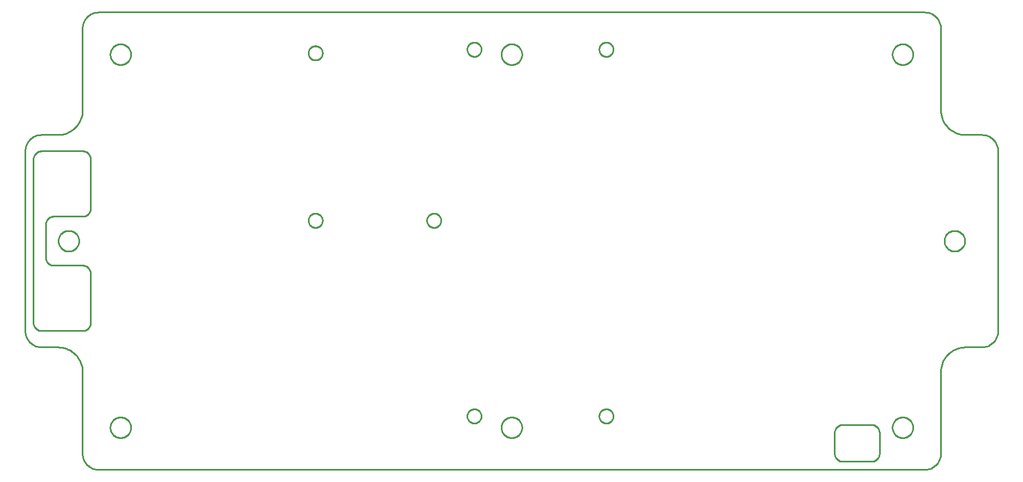
<source format=gbr>
G04 EAGLE Gerber RS-274X export*
G75*
%MOMM*%
%FSLAX34Y34*%
%LPD*%
%IN*%
%IPPOS*%
%AMOC8*
5,1,8,0,0,1.08239X$1,22.5*%
G01*
%ADD10C,0.254000*%


D10*
X0Y215900D02*
X97Y213686D01*
X386Y211489D01*
X865Y209326D01*
X1532Y207213D01*
X2380Y205166D01*
X3403Y203200D01*
X4594Y201331D01*
X5942Y199573D01*
X7440Y197940D01*
X9073Y196442D01*
X10831Y195094D01*
X12700Y193903D01*
X14666Y192880D01*
X16713Y192032D01*
X18826Y191365D01*
X20989Y190886D01*
X23186Y190597D01*
X25400Y190500D01*
X50800Y190500D01*
X54121Y190355D01*
X57416Y189921D01*
X60661Y189202D01*
X63831Y188202D01*
X66902Y186930D01*
X69850Y185396D01*
X72653Y183610D01*
X75290Y181586D01*
X77741Y179341D01*
X79986Y176890D01*
X82010Y174253D01*
X83796Y171450D01*
X85330Y168502D01*
X86602Y165431D01*
X87602Y162261D01*
X88321Y159016D01*
X88755Y155721D01*
X88900Y152400D01*
X88900Y25400D01*
X88997Y23186D01*
X89286Y20989D01*
X89765Y18826D01*
X90432Y16713D01*
X91280Y14666D01*
X92303Y12700D01*
X93494Y10831D01*
X94842Y9073D01*
X96340Y7440D01*
X97973Y5942D01*
X99731Y4594D01*
X101600Y3403D01*
X103566Y2380D01*
X105613Y1532D01*
X107726Y865D01*
X109889Y386D01*
X112086Y97D01*
X114300Y0D01*
X1397000Y0D01*
X1399214Y97D01*
X1401411Y386D01*
X1403574Y865D01*
X1405687Y1532D01*
X1407735Y2380D01*
X1409700Y3403D01*
X1411569Y4594D01*
X1413327Y5942D01*
X1414961Y7440D01*
X1416458Y9073D01*
X1417806Y10831D01*
X1418997Y12700D01*
X1420020Y14666D01*
X1420868Y16713D01*
X1421535Y18826D01*
X1422014Y20989D01*
X1422303Y23186D01*
X1422400Y25400D01*
X1422400Y152400D01*
X1422545Y155721D01*
X1422979Y159016D01*
X1423698Y162261D01*
X1424698Y165431D01*
X1425970Y168502D01*
X1427504Y171450D01*
X1429290Y174253D01*
X1431314Y176890D01*
X1433559Y179341D01*
X1436010Y181586D01*
X1438647Y183610D01*
X1441450Y185396D01*
X1444398Y186930D01*
X1447469Y188202D01*
X1450639Y189202D01*
X1453884Y189921D01*
X1457179Y190355D01*
X1460500Y190500D01*
X1485900Y190500D01*
X1488114Y190597D01*
X1490311Y190886D01*
X1492474Y191365D01*
X1494587Y192032D01*
X1496635Y192880D01*
X1498600Y193903D01*
X1500469Y195094D01*
X1502227Y196442D01*
X1503861Y197940D01*
X1505358Y199573D01*
X1506706Y201331D01*
X1507897Y203200D01*
X1508920Y205166D01*
X1509768Y207213D01*
X1510435Y209326D01*
X1510914Y211489D01*
X1511203Y213686D01*
X1511300Y215900D01*
X1511300Y495300D01*
X1511203Y497514D01*
X1510914Y499711D01*
X1510435Y501874D01*
X1509768Y503987D01*
X1508920Y506035D01*
X1507897Y508000D01*
X1506706Y509869D01*
X1505358Y511627D01*
X1503861Y513261D01*
X1502227Y514758D01*
X1500469Y516106D01*
X1498600Y517297D01*
X1496635Y518320D01*
X1494587Y519168D01*
X1492474Y519835D01*
X1490311Y520314D01*
X1488114Y520603D01*
X1485900Y520700D01*
X1460500Y520700D01*
X1457179Y520845D01*
X1453884Y521279D01*
X1450639Y521998D01*
X1447469Y522998D01*
X1444398Y524270D01*
X1441450Y525804D01*
X1438647Y527590D01*
X1436010Y529614D01*
X1433559Y531859D01*
X1431314Y534310D01*
X1429290Y536947D01*
X1427504Y539750D01*
X1425970Y542698D01*
X1424698Y545769D01*
X1423698Y548939D01*
X1422979Y552184D01*
X1422545Y555479D01*
X1422400Y558800D01*
X1422400Y685800D01*
X1422303Y688014D01*
X1422014Y690211D01*
X1421535Y692374D01*
X1420868Y694487D01*
X1420020Y696535D01*
X1418997Y698500D01*
X1417806Y700369D01*
X1416458Y702127D01*
X1414961Y703761D01*
X1413327Y705258D01*
X1411569Y706606D01*
X1409700Y707797D01*
X1407735Y708820D01*
X1405687Y709668D01*
X1403574Y710335D01*
X1401411Y710814D01*
X1399214Y711103D01*
X1397000Y711200D01*
X114300Y711200D01*
X112086Y711103D01*
X109889Y710814D01*
X107726Y710335D01*
X105613Y709668D01*
X103566Y708820D01*
X101600Y707797D01*
X99731Y706606D01*
X97973Y705258D01*
X96340Y703761D01*
X94842Y702127D01*
X93494Y700369D01*
X92303Y698500D01*
X91280Y696535D01*
X90432Y694487D01*
X89765Y692374D01*
X89286Y690211D01*
X88997Y688014D01*
X88900Y685800D01*
X88900Y558800D01*
X88755Y555479D01*
X88321Y552184D01*
X87602Y548939D01*
X86602Y545769D01*
X85330Y542698D01*
X83796Y539750D01*
X82010Y536947D01*
X79986Y534310D01*
X77741Y531859D01*
X75290Y529614D01*
X72653Y527590D01*
X69850Y525804D01*
X66902Y524270D01*
X63831Y522998D01*
X60661Y521998D01*
X57416Y521279D01*
X54121Y520845D01*
X50800Y520700D01*
X25400Y520700D01*
X23186Y520603D01*
X20989Y520314D01*
X18826Y519835D01*
X16713Y519168D01*
X14666Y518320D01*
X12700Y517297D01*
X10831Y516106D01*
X9073Y514758D01*
X7440Y513261D01*
X5942Y511627D01*
X4594Y509869D01*
X3403Y508000D01*
X2380Y506035D01*
X1532Y503987D01*
X865Y501874D01*
X386Y499711D01*
X97Y497514D01*
X0Y495300D01*
X0Y215900D01*
X1257300Y25400D02*
X1257348Y24293D01*
X1257493Y23195D01*
X1257733Y22113D01*
X1258066Y21056D01*
X1258490Y20033D01*
X1259001Y19050D01*
X1259597Y18116D01*
X1260271Y17237D01*
X1261020Y16420D01*
X1261837Y15671D01*
X1262716Y14997D01*
X1263650Y14401D01*
X1264633Y13890D01*
X1265656Y13466D01*
X1266713Y13133D01*
X1267795Y12893D01*
X1268893Y12748D01*
X1270000Y12700D01*
X1314450Y12700D01*
X1315557Y12748D01*
X1316655Y12893D01*
X1317737Y13133D01*
X1318794Y13466D01*
X1319817Y13890D01*
X1320800Y14401D01*
X1321734Y14997D01*
X1322613Y15671D01*
X1323430Y16420D01*
X1324179Y17237D01*
X1324853Y18116D01*
X1325449Y19050D01*
X1325960Y20033D01*
X1326384Y21056D01*
X1326717Y22113D01*
X1326957Y23195D01*
X1327102Y24293D01*
X1327150Y25400D01*
X1327150Y57150D01*
X1327102Y58257D01*
X1326957Y59355D01*
X1326717Y60437D01*
X1326384Y61494D01*
X1325960Y62517D01*
X1325449Y63500D01*
X1324853Y64434D01*
X1324179Y65313D01*
X1323430Y66130D01*
X1322613Y66879D01*
X1321734Y67553D01*
X1320800Y68149D01*
X1319817Y68660D01*
X1318794Y69084D01*
X1317737Y69417D01*
X1316655Y69657D01*
X1315557Y69802D01*
X1314450Y69850D01*
X1270000Y69850D01*
X1268893Y69802D01*
X1267795Y69657D01*
X1266713Y69417D01*
X1265656Y69084D01*
X1264633Y68660D01*
X1263650Y68149D01*
X1262716Y67553D01*
X1261837Y66879D01*
X1261020Y66130D01*
X1260271Y65313D01*
X1259597Y64434D01*
X1259001Y63500D01*
X1258490Y62517D01*
X1258066Y61494D01*
X1257733Y60437D01*
X1257493Y59355D01*
X1257348Y58257D01*
X1257300Y57150D01*
X1257300Y25400D01*
X12700Y228600D02*
X12748Y227493D01*
X12893Y226395D01*
X13133Y225313D01*
X13466Y224256D01*
X13890Y223233D01*
X14401Y222250D01*
X14997Y221316D01*
X15671Y220437D01*
X16420Y219620D01*
X17237Y218871D01*
X18116Y218197D01*
X19050Y217601D01*
X20033Y217090D01*
X21056Y216666D01*
X22113Y216333D01*
X23195Y216093D01*
X24293Y215948D01*
X25400Y215900D01*
X88900Y215900D01*
X90007Y215948D01*
X91105Y216093D01*
X92187Y216333D01*
X93244Y216666D01*
X94267Y217090D01*
X95250Y217601D01*
X96184Y218197D01*
X97063Y218871D01*
X97880Y219620D01*
X98629Y220437D01*
X99303Y221316D01*
X99899Y222250D01*
X100410Y223233D01*
X100834Y224256D01*
X101167Y225313D01*
X101407Y226395D01*
X101552Y227493D01*
X101600Y228600D01*
X101600Y304800D01*
X101552Y305907D01*
X101407Y307005D01*
X101167Y308087D01*
X100834Y309144D01*
X100410Y310167D01*
X99899Y311150D01*
X99303Y312084D01*
X98629Y312963D01*
X97880Y313780D01*
X97063Y314529D01*
X96184Y315203D01*
X95250Y315799D01*
X94267Y316310D01*
X93244Y316734D01*
X92187Y317067D01*
X91105Y317307D01*
X90007Y317452D01*
X88900Y317500D01*
X44450Y317500D01*
X43343Y317548D01*
X42245Y317693D01*
X41163Y317933D01*
X40106Y318266D01*
X39083Y318690D01*
X38100Y319201D01*
X37166Y319797D01*
X36287Y320471D01*
X35470Y321220D01*
X34721Y322037D01*
X34047Y322916D01*
X33451Y323850D01*
X32940Y324833D01*
X32516Y325856D01*
X32183Y326913D01*
X31943Y327995D01*
X31798Y329093D01*
X31750Y330200D01*
X31750Y381000D01*
X31798Y382107D01*
X31943Y383205D01*
X32183Y384287D01*
X32516Y385344D01*
X32940Y386367D01*
X33451Y387350D01*
X34047Y388284D01*
X34721Y389163D01*
X35470Y389980D01*
X36287Y390729D01*
X37166Y391403D01*
X38100Y391999D01*
X39083Y392510D01*
X40106Y392934D01*
X41163Y393267D01*
X42245Y393507D01*
X43343Y393652D01*
X44450Y393700D01*
X88900Y393700D01*
X90007Y393748D01*
X91105Y393893D01*
X92187Y394133D01*
X93244Y394466D01*
X94267Y394890D01*
X95250Y395401D01*
X96184Y395997D01*
X97063Y396671D01*
X97880Y397420D01*
X98629Y398237D01*
X99303Y399116D01*
X99899Y400050D01*
X100410Y401033D01*
X100834Y402056D01*
X101167Y403113D01*
X101407Y404195D01*
X101552Y405293D01*
X101600Y406400D01*
X101600Y482600D01*
X101552Y483707D01*
X101407Y484805D01*
X101167Y485887D01*
X100834Y486944D01*
X100410Y487967D01*
X99899Y488950D01*
X99303Y489884D01*
X98629Y490763D01*
X97880Y491580D01*
X97063Y492329D01*
X96184Y493003D01*
X95250Y493599D01*
X94267Y494110D01*
X93244Y494534D01*
X92187Y494867D01*
X91105Y495107D01*
X90007Y495252D01*
X88900Y495300D01*
X25400Y495300D01*
X24293Y495252D01*
X23195Y495107D01*
X22113Y494867D01*
X21056Y494534D01*
X20033Y494110D01*
X19050Y493599D01*
X18116Y493003D01*
X17237Y492329D01*
X16420Y491580D01*
X15671Y490763D01*
X14997Y489884D01*
X14401Y488950D01*
X13890Y487967D01*
X13466Y486944D01*
X13133Y485887D01*
X12893Y484805D01*
X12748Y483707D01*
X12700Y482600D01*
X12700Y304800D01*
X12700Y228600D01*
X83500Y355076D02*
X83432Y354031D01*
X83295Y352992D01*
X83090Y351965D01*
X82819Y350953D01*
X82483Y349961D01*
X82082Y348993D01*
X81618Y348054D01*
X81095Y347146D01*
X80513Y346275D01*
X79875Y345444D01*
X79184Y344657D01*
X78443Y343916D01*
X77656Y343225D01*
X76825Y342588D01*
X75954Y342006D01*
X75046Y341482D01*
X74107Y341018D01*
X73139Y340617D01*
X72147Y340281D01*
X71135Y340010D01*
X70108Y339805D01*
X69069Y339669D01*
X68024Y339600D01*
X66976Y339600D01*
X65931Y339669D01*
X64892Y339805D01*
X63865Y340010D01*
X62853Y340281D01*
X61861Y340617D01*
X60893Y341018D01*
X59954Y341482D01*
X59046Y342006D01*
X58175Y342588D01*
X57344Y343225D01*
X56557Y343916D01*
X55816Y344657D01*
X55125Y345444D01*
X54488Y346275D01*
X53906Y347146D01*
X53382Y348054D01*
X52918Y348993D01*
X52517Y349961D01*
X52181Y350953D01*
X51910Y351965D01*
X51705Y352992D01*
X51569Y354031D01*
X51500Y355076D01*
X51500Y356124D01*
X51569Y357169D01*
X51705Y358208D01*
X51910Y359235D01*
X52181Y360247D01*
X52517Y361239D01*
X52918Y362207D01*
X53382Y363146D01*
X53906Y364054D01*
X54488Y364925D01*
X55125Y365756D01*
X55816Y366543D01*
X56557Y367284D01*
X57344Y367975D01*
X58175Y368613D01*
X59046Y369195D01*
X59954Y369718D01*
X60893Y370182D01*
X61861Y370583D01*
X62853Y370919D01*
X63865Y371190D01*
X64892Y371395D01*
X65931Y371532D01*
X66976Y371600D01*
X68024Y371600D01*
X69069Y371532D01*
X70108Y371395D01*
X71135Y371190D01*
X72147Y370919D01*
X73139Y370583D01*
X74107Y370182D01*
X75046Y369718D01*
X75954Y369195D01*
X76825Y368613D01*
X77656Y367975D01*
X78443Y367284D01*
X79184Y366543D01*
X79875Y365756D01*
X80513Y364925D01*
X81095Y364054D01*
X81618Y363146D01*
X82082Y362207D01*
X82483Y361239D01*
X82819Y360247D01*
X83090Y359235D01*
X83295Y358208D01*
X83432Y357169D01*
X83500Y356124D01*
X83500Y355076D01*
X1459800Y355076D02*
X1459732Y354031D01*
X1459595Y352992D01*
X1459390Y351965D01*
X1459119Y350953D01*
X1458783Y349961D01*
X1458382Y348993D01*
X1457918Y348054D01*
X1457395Y347146D01*
X1456813Y346275D01*
X1456175Y345444D01*
X1455484Y344657D01*
X1454743Y343916D01*
X1453956Y343225D01*
X1453125Y342588D01*
X1452254Y342006D01*
X1451346Y341482D01*
X1450407Y341018D01*
X1449439Y340617D01*
X1448447Y340281D01*
X1447435Y340010D01*
X1446408Y339805D01*
X1445369Y339669D01*
X1444324Y339600D01*
X1443276Y339600D01*
X1442231Y339669D01*
X1441192Y339805D01*
X1440165Y340010D01*
X1439153Y340281D01*
X1438161Y340617D01*
X1437193Y341018D01*
X1436254Y341482D01*
X1435346Y342006D01*
X1434475Y342588D01*
X1433644Y343225D01*
X1432857Y343916D01*
X1432116Y344657D01*
X1431425Y345444D01*
X1430788Y346275D01*
X1430206Y347146D01*
X1429682Y348054D01*
X1429218Y348993D01*
X1428817Y349961D01*
X1428481Y350953D01*
X1428210Y351965D01*
X1428005Y352992D01*
X1427869Y354031D01*
X1427800Y355076D01*
X1427800Y356124D01*
X1427869Y357169D01*
X1428005Y358208D01*
X1428210Y359235D01*
X1428481Y360247D01*
X1428817Y361239D01*
X1429218Y362207D01*
X1429682Y363146D01*
X1430206Y364054D01*
X1430788Y364925D01*
X1431425Y365756D01*
X1432116Y366543D01*
X1432857Y367284D01*
X1433644Y367975D01*
X1434475Y368613D01*
X1435346Y369195D01*
X1436254Y369718D01*
X1437193Y370182D01*
X1438161Y370583D01*
X1439153Y370919D01*
X1440165Y371190D01*
X1441192Y371395D01*
X1442231Y371532D01*
X1443276Y371600D01*
X1444324Y371600D01*
X1445369Y371532D01*
X1446408Y371395D01*
X1447435Y371190D01*
X1448447Y370919D01*
X1449439Y370583D01*
X1450407Y370182D01*
X1451346Y369718D01*
X1452254Y369195D01*
X1453125Y368613D01*
X1453956Y367975D01*
X1454743Y367284D01*
X1455484Y366543D01*
X1456175Y365756D01*
X1456813Y364925D01*
X1457395Y364054D01*
X1457918Y363146D01*
X1458382Y362207D01*
X1458783Y361239D01*
X1459119Y360247D01*
X1459390Y359235D01*
X1459595Y358208D01*
X1459732Y357169D01*
X1459800Y356124D01*
X1459800Y355076D01*
X1379150Y645076D02*
X1379082Y644031D01*
X1378945Y642992D01*
X1378740Y641965D01*
X1378469Y640953D01*
X1378133Y639961D01*
X1377732Y638993D01*
X1377268Y638054D01*
X1376745Y637146D01*
X1376163Y636275D01*
X1375525Y635444D01*
X1374834Y634657D01*
X1374093Y633916D01*
X1373306Y633225D01*
X1372475Y632588D01*
X1371604Y632006D01*
X1370696Y631482D01*
X1369757Y631018D01*
X1368789Y630617D01*
X1367797Y630281D01*
X1366785Y630010D01*
X1365758Y629805D01*
X1364719Y629669D01*
X1363674Y629600D01*
X1362626Y629600D01*
X1361581Y629669D01*
X1360542Y629805D01*
X1359515Y630010D01*
X1358503Y630281D01*
X1357511Y630617D01*
X1356543Y631018D01*
X1355604Y631482D01*
X1354696Y632006D01*
X1353825Y632588D01*
X1352994Y633225D01*
X1352207Y633916D01*
X1351466Y634657D01*
X1350775Y635444D01*
X1350138Y636275D01*
X1349556Y637146D01*
X1349032Y638054D01*
X1348568Y638993D01*
X1348167Y639961D01*
X1347831Y640953D01*
X1347560Y641965D01*
X1347355Y642992D01*
X1347219Y644031D01*
X1347150Y645076D01*
X1347150Y646124D01*
X1347219Y647169D01*
X1347355Y648208D01*
X1347560Y649235D01*
X1347831Y650247D01*
X1348167Y651239D01*
X1348568Y652207D01*
X1349032Y653146D01*
X1349556Y654054D01*
X1350138Y654925D01*
X1350775Y655756D01*
X1351466Y656543D01*
X1352207Y657284D01*
X1352994Y657975D01*
X1353825Y658613D01*
X1354696Y659195D01*
X1355604Y659718D01*
X1356543Y660182D01*
X1357511Y660583D01*
X1358503Y660919D01*
X1359515Y661190D01*
X1360542Y661395D01*
X1361581Y661532D01*
X1362626Y661600D01*
X1363674Y661600D01*
X1364719Y661532D01*
X1365758Y661395D01*
X1366785Y661190D01*
X1367797Y660919D01*
X1368789Y660583D01*
X1369757Y660182D01*
X1370696Y659718D01*
X1371604Y659195D01*
X1372475Y658613D01*
X1373306Y657975D01*
X1374093Y657284D01*
X1374834Y656543D01*
X1375525Y655756D01*
X1376163Y654925D01*
X1376745Y654054D01*
X1377268Y653146D01*
X1377732Y652207D01*
X1378133Y651239D01*
X1378469Y650247D01*
X1378740Y649235D01*
X1378945Y648208D01*
X1379082Y647169D01*
X1379150Y646124D01*
X1379150Y645076D01*
X771650Y65076D02*
X771582Y64031D01*
X771445Y62992D01*
X771240Y61965D01*
X770969Y60953D01*
X770633Y59961D01*
X770232Y58993D01*
X769768Y58054D01*
X769245Y57146D01*
X768663Y56275D01*
X768025Y55444D01*
X767334Y54657D01*
X766593Y53916D01*
X765806Y53225D01*
X764975Y52588D01*
X764104Y52006D01*
X763196Y51482D01*
X762257Y51018D01*
X761289Y50617D01*
X760297Y50281D01*
X759285Y50010D01*
X758258Y49805D01*
X757219Y49669D01*
X756174Y49600D01*
X755126Y49600D01*
X754081Y49669D01*
X753042Y49805D01*
X752015Y50010D01*
X751003Y50281D01*
X750011Y50617D01*
X749043Y51018D01*
X748104Y51482D01*
X747196Y52006D01*
X746325Y52588D01*
X745494Y53225D01*
X744707Y53916D01*
X743966Y54657D01*
X743275Y55444D01*
X742638Y56275D01*
X742056Y57146D01*
X741532Y58054D01*
X741068Y58993D01*
X740667Y59961D01*
X740331Y60953D01*
X740060Y61965D01*
X739855Y62992D01*
X739719Y64031D01*
X739650Y65076D01*
X739650Y66124D01*
X739719Y67169D01*
X739855Y68208D01*
X740060Y69235D01*
X740331Y70247D01*
X740667Y71239D01*
X741068Y72207D01*
X741532Y73146D01*
X742056Y74054D01*
X742638Y74925D01*
X743275Y75756D01*
X743966Y76543D01*
X744707Y77284D01*
X745494Y77975D01*
X746325Y78613D01*
X747196Y79195D01*
X748104Y79718D01*
X749043Y80182D01*
X750011Y80583D01*
X751003Y80919D01*
X752015Y81190D01*
X753042Y81395D01*
X754081Y81532D01*
X755126Y81600D01*
X756174Y81600D01*
X757219Y81532D01*
X758258Y81395D01*
X759285Y81190D01*
X760297Y80919D01*
X761289Y80583D01*
X762257Y80182D01*
X763196Y79718D01*
X764104Y79195D01*
X764975Y78613D01*
X765806Y77975D01*
X766593Y77284D01*
X767334Y76543D01*
X768025Y75756D01*
X768663Y74925D01*
X769245Y74054D01*
X769768Y73146D01*
X770232Y72207D01*
X770633Y71239D01*
X770969Y70247D01*
X771240Y69235D01*
X771445Y68208D01*
X771582Y67169D01*
X771650Y66124D01*
X771650Y65076D01*
X771650Y645076D02*
X771582Y644031D01*
X771445Y642992D01*
X771240Y641965D01*
X770969Y640953D01*
X770633Y639961D01*
X770232Y638993D01*
X769768Y638054D01*
X769245Y637146D01*
X768663Y636275D01*
X768025Y635444D01*
X767334Y634657D01*
X766593Y633916D01*
X765806Y633225D01*
X764975Y632588D01*
X764104Y632006D01*
X763196Y631482D01*
X762257Y631018D01*
X761289Y630617D01*
X760297Y630281D01*
X759285Y630010D01*
X758258Y629805D01*
X757219Y629669D01*
X756174Y629600D01*
X755126Y629600D01*
X754081Y629669D01*
X753042Y629805D01*
X752015Y630010D01*
X751003Y630281D01*
X750011Y630617D01*
X749043Y631018D01*
X748104Y631482D01*
X747196Y632006D01*
X746325Y632588D01*
X745494Y633225D01*
X744707Y633916D01*
X743966Y634657D01*
X743275Y635444D01*
X742638Y636275D01*
X742056Y637146D01*
X741532Y638054D01*
X741068Y638993D01*
X740667Y639961D01*
X740331Y640953D01*
X740060Y641965D01*
X739855Y642992D01*
X739719Y644031D01*
X739650Y645076D01*
X739650Y646124D01*
X739719Y647169D01*
X739855Y648208D01*
X740060Y649235D01*
X740331Y650247D01*
X740667Y651239D01*
X741068Y652207D01*
X741532Y653146D01*
X742056Y654054D01*
X742638Y654925D01*
X743275Y655756D01*
X743966Y656543D01*
X744707Y657284D01*
X745494Y657975D01*
X746325Y658613D01*
X747196Y659195D01*
X748104Y659718D01*
X749043Y660182D01*
X750011Y660583D01*
X751003Y660919D01*
X752015Y661190D01*
X753042Y661395D01*
X754081Y661532D01*
X755126Y661600D01*
X756174Y661600D01*
X757219Y661532D01*
X758258Y661395D01*
X759285Y661190D01*
X760297Y660919D01*
X761289Y660583D01*
X762257Y660182D01*
X763196Y659718D01*
X764104Y659195D01*
X764975Y658613D01*
X765806Y657975D01*
X766593Y657284D01*
X767334Y656543D01*
X768025Y655756D01*
X768663Y654925D01*
X769245Y654054D01*
X769768Y653146D01*
X770232Y652207D01*
X770633Y651239D01*
X770969Y650247D01*
X771240Y649235D01*
X771445Y648208D01*
X771582Y647169D01*
X771650Y646124D01*
X771650Y645076D01*
X164150Y645076D02*
X164082Y644031D01*
X163945Y642992D01*
X163740Y641965D01*
X163469Y640953D01*
X163133Y639961D01*
X162732Y638993D01*
X162268Y638054D01*
X161745Y637146D01*
X161163Y636275D01*
X160525Y635444D01*
X159834Y634657D01*
X159093Y633916D01*
X158306Y633225D01*
X157475Y632588D01*
X156604Y632006D01*
X155696Y631482D01*
X154757Y631018D01*
X153789Y630617D01*
X152797Y630281D01*
X151785Y630010D01*
X150758Y629805D01*
X149719Y629669D01*
X148674Y629600D01*
X147626Y629600D01*
X146581Y629669D01*
X145542Y629805D01*
X144515Y630010D01*
X143503Y630281D01*
X142511Y630617D01*
X141543Y631018D01*
X140604Y631482D01*
X139696Y632006D01*
X138825Y632588D01*
X137994Y633225D01*
X137207Y633916D01*
X136466Y634657D01*
X135775Y635444D01*
X135138Y636275D01*
X134556Y637146D01*
X134032Y638054D01*
X133568Y638993D01*
X133167Y639961D01*
X132831Y640953D01*
X132560Y641965D01*
X132355Y642992D01*
X132219Y644031D01*
X132150Y645076D01*
X132150Y646124D01*
X132219Y647169D01*
X132355Y648208D01*
X132560Y649235D01*
X132831Y650247D01*
X133167Y651239D01*
X133568Y652207D01*
X134032Y653146D01*
X134556Y654054D01*
X135138Y654925D01*
X135775Y655756D01*
X136466Y656543D01*
X137207Y657284D01*
X137994Y657975D01*
X138825Y658613D01*
X139696Y659195D01*
X140604Y659718D01*
X141543Y660182D01*
X142511Y660583D01*
X143503Y660919D01*
X144515Y661190D01*
X145542Y661395D01*
X146581Y661532D01*
X147626Y661600D01*
X148674Y661600D01*
X149719Y661532D01*
X150758Y661395D01*
X151785Y661190D01*
X152797Y660919D01*
X153789Y660583D01*
X154757Y660182D01*
X155696Y659718D01*
X156604Y659195D01*
X157475Y658613D01*
X158306Y657975D01*
X159093Y657284D01*
X159834Y656543D01*
X160525Y655756D01*
X161163Y654925D01*
X161745Y654054D01*
X162268Y653146D01*
X162732Y652207D01*
X163133Y651239D01*
X163469Y650247D01*
X163740Y649235D01*
X163945Y648208D01*
X164082Y647169D01*
X164150Y646124D01*
X164150Y645076D01*
X164150Y65076D02*
X164082Y64031D01*
X163945Y62992D01*
X163740Y61965D01*
X163469Y60953D01*
X163133Y59961D01*
X162732Y58993D01*
X162268Y58054D01*
X161745Y57146D01*
X161163Y56275D01*
X160525Y55444D01*
X159834Y54657D01*
X159093Y53916D01*
X158306Y53225D01*
X157475Y52588D01*
X156604Y52006D01*
X155696Y51482D01*
X154757Y51018D01*
X153789Y50617D01*
X152797Y50281D01*
X151785Y50010D01*
X150758Y49805D01*
X149719Y49669D01*
X148674Y49600D01*
X147626Y49600D01*
X146581Y49669D01*
X145542Y49805D01*
X144515Y50010D01*
X143503Y50281D01*
X142511Y50617D01*
X141543Y51018D01*
X140604Y51482D01*
X139696Y52006D01*
X138825Y52588D01*
X137994Y53225D01*
X137207Y53916D01*
X136466Y54657D01*
X135775Y55444D01*
X135138Y56275D01*
X134556Y57146D01*
X134032Y58054D01*
X133568Y58993D01*
X133167Y59961D01*
X132831Y60953D01*
X132560Y61965D01*
X132355Y62992D01*
X132219Y64031D01*
X132150Y65076D01*
X132150Y66124D01*
X132219Y67169D01*
X132355Y68208D01*
X132560Y69235D01*
X132831Y70247D01*
X133167Y71239D01*
X133568Y72207D01*
X134032Y73146D01*
X134556Y74054D01*
X135138Y74925D01*
X135775Y75756D01*
X136466Y76543D01*
X137207Y77284D01*
X137994Y77975D01*
X138825Y78613D01*
X139696Y79195D01*
X140604Y79718D01*
X141543Y80182D01*
X142511Y80583D01*
X143503Y80919D01*
X144515Y81190D01*
X145542Y81395D01*
X146581Y81532D01*
X147626Y81600D01*
X148674Y81600D01*
X149719Y81532D01*
X150758Y81395D01*
X151785Y81190D01*
X152797Y80919D01*
X153789Y80583D01*
X154757Y80182D01*
X155696Y79718D01*
X156604Y79195D01*
X157475Y78613D01*
X158306Y77975D01*
X159093Y77284D01*
X159834Y76543D01*
X160525Y75756D01*
X161163Y74925D01*
X161745Y74054D01*
X162268Y73146D01*
X162732Y72207D01*
X163133Y71239D01*
X163469Y70247D01*
X163740Y69235D01*
X163945Y68208D01*
X164082Y67169D01*
X164150Y66124D01*
X164150Y65076D01*
X1379150Y65076D02*
X1379082Y64031D01*
X1378945Y62992D01*
X1378740Y61965D01*
X1378469Y60953D01*
X1378133Y59961D01*
X1377732Y58993D01*
X1377268Y58054D01*
X1376745Y57146D01*
X1376163Y56275D01*
X1375525Y55444D01*
X1374834Y54657D01*
X1374093Y53916D01*
X1373306Y53225D01*
X1372475Y52588D01*
X1371604Y52006D01*
X1370696Y51482D01*
X1369757Y51018D01*
X1368789Y50617D01*
X1367797Y50281D01*
X1366785Y50010D01*
X1365758Y49805D01*
X1364719Y49669D01*
X1363674Y49600D01*
X1362626Y49600D01*
X1361581Y49669D01*
X1360542Y49805D01*
X1359515Y50010D01*
X1358503Y50281D01*
X1357511Y50617D01*
X1356543Y51018D01*
X1355604Y51482D01*
X1354696Y52006D01*
X1353825Y52588D01*
X1352994Y53225D01*
X1352207Y53916D01*
X1351466Y54657D01*
X1350775Y55444D01*
X1350138Y56275D01*
X1349556Y57146D01*
X1349032Y58054D01*
X1348568Y58993D01*
X1348167Y59961D01*
X1347831Y60953D01*
X1347560Y61965D01*
X1347355Y62992D01*
X1347219Y64031D01*
X1347150Y65076D01*
X1347150Y66124D01*
X1347219Y67169D01*
X1347355Y68208D01*
X1347560Y69235D01*
X1347831Y70247D01*
X1348167Y71239D01*
X1348568Y72207D01*
X1349032Y73146D01*
X1349556Y74054D01*
X1350138Y74925D01*
X1350775Y75756D01*
X1351466Y76543D01*
X1352207Y77284D01*
X1352994Y77975D01*
X1353825Y78613D01*
X1354696Y79195D01*
X1355604Y79718D01*
X1356543Y80182D01*
X1357511Y80583D01*
X1358503Y80919D01*
X1359515Y81190D01*
X1360542Y81395D01*
X1361581Y81532D01*
X1362626Y81600D01*
X1363674Y81600D01*
X1364719Y81532D01*
X1365758Y81395D01*
X1366785Y81190D01*
X1367797Y80919D01*
X1368789Y80583D01*
X1369757Y80182D01*
X1370696Y79718D01*
X1371604Y79195D01*
X1372475Y78613D01*
X1373306Y77975D01*
X1374093Y77284D01*
X1374834Y76543D01*
X1375525Y75756D01*
X1376163Y74925D01*
X1376745Y74054D01*
X1377268Y73146D01*
X1377732Y72207D01*
X1378133Y71239D01*
X1378469Y70247D01*
X1378740Y69235D01*
X1378945Y68208D01*
X1379082Y67169D01*
X1379150Y66124D01*
X1379150Y65076D01*
X697168Y642300D02*
X696306Y642368D01*
X695452Y642503D01*
X694612Y642705D01*
X693790Y642972D01*
X692991Y643303D01*
X692221Y643695D01*
X691484Y644147D01*
X690785Y644655D01*
X690127Y645216D01*
X689516Y645827D01*
X688955Y646485D01*
X688447Y647184D01*
X687995Y647921D01*
X687603Y648691D01*
X687272Y649490D01*
X687005Y650312D01*
X686803Y651152D01*
X686668Y652006D01*
X686600Y652868D01*
X686600Y653732D01*
X686668Y654594D01*
X686803Y655448D01*
X687005Y656288D01*
X687272Y657110D01*
X687603Y657909D01*
X687995Y658679D01*
X688447Y659416D01*
X688955Y660115D01*
X689516Y660773D01*
X690127Y661384D01*
X690785Y661945D01*
X691484Y662453D01*
X692221Y662905D01*
X692991Y663297D01*
X693790Y663628D01*
X694612Y663895D01*
X695452Y664097D01*
X696306Y664232D01*
X697168Y664300D01*
X698032Y664300D01*
X698894Y664232D01*
X699748Y664097D01*
X700588Y663895D01*
X701410Y663628D01*
X702209Y663297D01*
X702979Y662905D01*
X703716Y662453D01*
X704415Y661945D01*
X705073Y661384D01*
X705684Y660773D01*
X706245Y660115D01*
X706753Y659416D01*
X707205Y658679D01*
X707597Y657909D01*
X707928Y657110D01*
X708195Y656288D01*
X708397Y655448D01*
X708532Y654594D01*
X708600Y653732D01*
X708600Y652868D01*
X708532Y652006D01*
X708397Y651152D01*
X708195Y650312D01*
X707928Y649490D01*
X707597Y648691D01*
X707205Y647921D01*
X706753Y647184D01*
X706245Y646485D01*
X705684Y645827D01*
X705073Y645216D01*
X704415Y644655D01*
X703716Y644147D01*
X702979Y643695D01*
X702209Y643303D01*
X701410Y642972D01*
X700588Y642705D01*
X699748Y642503D01*
X698894Y642368D01*
X698032Y642300D01*
X697168Y642300D01*
X697168Y72300D02*
X696306Y72368D01*
X695452Y72503D01*
X694612Y72705D01*
X693790Y72972D01*
X692991Y73303D01*
X692221Y73695D01*
X691484Y74147D01*
X690785Y74655D01*
X690127Y75216D01*
X689516Y75827D01*
X688955Y76485D01*
X688447Y77184D01*
X687995Y77921D01*
X687603Y78691D01*
X687272Y79490D01*
X687005Y80312D01*
X686803Y81152D01*
X686668Y82006D01*
X686600Y82868D01*
X686600Y83732D01*
X686668Y84594D01*
X686803Y85448D01*
X687005Y86288D01*
X687272Y87110D01*
X687603Y87909D01*
X687995Y88679D01*
X688447Y89416D01*
X688955Y90115D01*
X689516Y90773D01*
X690127Y91384D01*
X690785Y91945D01*
X691484Y92453D01*
X692221Y92905D01*
X692991Y93297D01*
X693790Y93628D01*
X694612Y93895D01*
X695452Y94097D01*
X696306Y94232D01*
X697168Y94300D01*
X698032Y94300D01*
X698894Y94232D01*
X699748Y94097D01*
X700588Y93895D01*
X701410Y93628D01*
X702209Y93297D01*
X702979Y92905D01*
X703716Y92453D01*
X704415Y91945D01*
X705073Y91384D01*
X705684Y90773D01*
X706245Y90115D01*
X706753Y89416D01*
X707205Y88679D01*
X707597Y87909D01*
X707928Y87110D01*
X708195Y86288D01*
X708397Y85448D01*
X708532Y84594D01*
X708600Y83732D01*
X708600Y82868D01*
X708532Y82006D01*
X708397Y81152D01*
X708195Y80312D01*
X707928Y79490D01*
X707597Y78691D01*
X707205Y77921D01*
X706753Y77184D01*
X706245Y76485D01*
X705684Y75827D01*
X705073Y75216D01*
X704415Y74655D01*
X703716Y74147D01*
X702979Y73695D01*
X702209Y73303D01*
X701410Y72972D01*
X700588Y72705D01*
X699748Y72503D01*
X698894Y72368D01*
X698032Y72300D01*
X697168Y72300D01*
X902168Y72300D02*
X901306Y72368D01*
X900452Y72503D01*
X899612Y72705D01*
X898790Y72972D01*
X897991Y73303D01*
X897221Y73695D01*
X896484Y74147D01*
X895785Y74655D01*
X895127Y75216D01*
X894516Y75827D01*
X893955Y76485D01*
X893447Y77184D01*
X892995Y77921D01*
X892603Y78691D01*
X892272Y79490D01*
X892005Y80312D01*
X891803Y81152D01*
X891668Y82006D01*
X891600Y82868D01*
X891600Y83732D01*
X891668Y84594D01*
X891803Y85448D01*
X892005Y86288D01*
X892272Y87110D01*
X892603Y87909D01*
X892995Y88679D01*
X893447Y89416D01*
X893955Y90115D01*
X894516Y90773D01*
X895127Y91384D01*
X895785Y91945D01*
X896484Y92453D01*
X897221Y92905D01*
X897991Y93297D01*
X898790Y93628D01*
X899612Y93895D01*
X900452Y94097D01*
X901306Y94232D01*
X902168Y94300D01*
X903032Y94300D01*
X903894Y94232D01*
X904748Y94097D01*
X905588Y93895D01*
X906410Y93628D01*
X907209Y93297D01*
X907979Y92905D01*
X908716Y92453D01*
X909415Y91945D01*
X910073Y91384D01*
X910684Y90773D01*
X911245Y90115D01*
X911753Y89416D01*
X912205Y88679D01*
X912597Y87909D01*
X912928Y87110D01*
X913195Y86288D01*
X913397Y85448D01*
X913532Y84594D01*
X913600Y83732D01*
X913600Y82868D01*
X913532Y82006D01*
X913397Y81152D01*
X913195Y80312D01*
X912928Y79490D01*
X912597Y78691D01*
X912205Y77921D01*
X911753Y77184D01*
X911245Y76485D01*
X910684Y75827D01*
X910073Y75216D01*
X909415Y74655D01*
X908716Y74147D01*
X907979Y73695D01*
X907209Y73303D01*
X906410Y72972D01*
X905588Y72705D01*
X904748Y72503D01*
X903894Y72368D01*
X903032Y72300D01*
X902168Y72300D01*
X902168Y642300D02*
X901306Y642368D01*
X900452Y642503D01*
X899612Y642705D01*
X898790Y642972D01*
X897991Y643303D01*
X897221Y643695D01*
X896484Y644147D01*
X895785Y644655D01*
X895127Y645216D01*
X894516Y645827D01*
X893955Y646485D01*
X893447Y647184D01*
X892995Y647921D01*
X892603Y648691D01*
X892272Y649490D01*
X892005Y650312D01*
X891803Y651152D01*
X891668Y652006D01*
X891600Y652868D01*
X891600Y653732D01*
X891668Y654594D01*
X891803Y655448D01*
X892005Y656288D01*
X892272Y657110D01*
X892603Y657909D01*
X892995Y658679D01*
X893447Y659416D01*
X893955Y660115D01*
X894516Y660773D01*
X895127Y661384D01*
X895785Y661945D01*
X896484Y662453D01*
X897221Y662905D01*
X897991Y663297D01*
X898790Y663628D01*
X899612Y663895D01*
X900452Y664097D01*
X901306Y664232D01*
X902168Y664300D01*
X903032Y664300D01*
X903894Y664232D01*
X904748Y664097D01*
X905588Y663895D01*
X906410Y663628D01*
X907209Y663297D01*
X907979Y662905D01*
X908716Y662453D01*
X909415Y661945D01*
X910073Y661384D01*
X910684Y660773D01*
X911245Y660115D01*
X911753Y659416D01*
X912205Y658679D01*
X912597Y657909D01*
X912928Y657110D01*
X913195Y656288D01*
X913397Y655448D01*
X913532Y654594D01*
X913600Y653732D01*
X913600Y652868D01*
X913532Y652006D01*
X913397Y651152D01*
X913195Y650312D01*
X912928Y649490D01*
X912597Y648691D01*
X912205Y647921D01*
X911753Y647184D01*
X911245Y646485D01*
X910684Y645827D01*
X910073Y645216D01*
X909415Y644655D01*
X908716Y644147D01*
X907979Y643695D01*
X907209Y643303D01*
X906410Y642972D01*
X905588Y642705D01*
X904748Y642503D01*
X903894Y642368D01*
X903032Y642300D01*
X902168Y642300D01*
X635432Y398350D02*
X636294Y398282D01*
X637148Y398147D01*
X637988Y397945D01*
X638810Y397678D01*
X639609Y397347D01*
X640379Y396955D01*
X641116Y396503D01*
X641815Y395995D01*
X642473Y395434D01*
X643084Y394823D01*
X643645Y394165D01*
X644153Y393466D01*
X644605Y392729D01*
X644997Y391959D01*
X645328Y391160D01*
X645595Y390338D01*
X645797Y389498D01*
X645932Y388644D01*
X646000Y387782D01*
X646000Y386918D01*
X645932Y386056D01*
X645797Y385202D01*
X645595Y384362D01*
X645328Y383540D01*
X644997Y382741D01*
X644605Y381971D01*
X644153Y381234D01*
X643645Y380535D01*
X643084Y379877D01*
X642473Y379266D01*
X641815Y378705D01*
X641116Y378197D01*
X640379Y377745D01*
X639609Y377353D01*
X638810Y377022D01*
X637988Y376755D01*
X637148Y376553D01*
X636294Y376418D01*
X635432Y376350D01*
X634568Y376350D01*
X633706Y376418D01*
X632852Y376553D01*
X632012Y376755D01*
X631190Y377022D01*
X630391Y377353D01*
X629621Y377745D01*
X628884Y378197D01*
X628185Y378705D01*
X627527Y379266D01*
X626916Y379877D01*
X626355Y380535D01*
X625847Y381234D01*
X625395Y381971D01*
X625003Y382741D01*
X624672Y383540D01*
X624405Y384362D01*
X624203Y385202D01*
X624068Y386056D01*
X624000Y386918D01*
X624000Y387782D01*
X624068Y388644D01*
X624203Y389498D01*
X624405Y390338D01*
X624672Y391160D01*
X625003Y391959D01*
X625395Y392729D01*
X625847Y393466D01*
X626355Y394165D01*
X626916Y394823D01*
X627527Y395434D01*
X628185Y395995D01*
X628884Y396503D01*
X629621Y396955D01*
X630391Y397347D01*
X631190Y397678D01*
X632012Y397945D01*
X632852Y398147D01*
X633706Y398282D01*
X634568Y398350D01*
X635432Y398350D01*
X451282Y398350D02*
X452144Y398282D01*
X452998Y398147D01*
X453838Y397945D01*
X454660Y397678D01*
X455459Y397347D01*
X456229Y396955D01*
X456966Y396503D01*
X457665Y395995D01*
X458323Y395434D01*
X458934Y394823D01*
X459495Y394165D01*
X460003Y393466D01*
X460455Y392729D01*
X460847Y391959D01*
X461178Y391160D01*
X461445Y390338D01*
X461647Y389498D01*
X461782Y388644D01*
X461850Y387782D01*
X461850Y386918D01*
X461782Y386056D01*
X461647Y385202D01*
X461445Y384362D01*
X461178Y383540D01*
X460847Y382741D01*
X460455Y381971D01*
X460003Y381234D01*
X459495Y380535D01*
X458934Y379877D01*
X458323Y379266D01*
X457665Y378705D01*
X456966Y378197D01*
X456229Y377745D01*
X455459Y377353D01*
X454660Y377022D01*
X453838Y376755D01*
X452998Y376553D01*
X452144Y376418D01*
X451282Y376350D01*
X450418Y376350D01*
X449556Y376418D01*
X448702Y376553D01*
X447862Y376755D01*
X447040Y377022D01*
X446241Y377353D01*
X445471Y377745D01*
X444734Y378197D01*
X444035Y378705D01*
X443377Y379266D01*
X442766Y379877D01*
X442205Y380535D01*
X441697Y381234D01*
X441245Y381971D01*
X440853Y382741D01*
X440522Y383540D01*
X440255Y384362D01*
X440053Y385202D01*
X439918Y386056D01*
X439850Y386918D01*
X439850Y387782D01*
X439918Y388644D01*
X440053Y389498D01*
X440255Y390338D01*
X440522Y391160D01*
X440853Y391959D01*
X441245Y392729D01*
X441697Y393466D01*
X442205Y394165D01*
X442766Y394823D01*
X443377Y395434D01*
X444035Y395995D01*
X444734Y396503D01*
X445471Y396955D01*
X446241Y397347D01*
X447040Y397678D01*
X447862Y397945D01*
X448702Y398147D01*
X449556Y398282D01*
X450418Y398350D01*
X451282Y398350D01*
X451282Y658700D02*
X452144Y658632D01*
X452998Y658497D01*
X453838Y658295D01*
X454660Y658028D01*
X455459Y657697D01*
X456229Y657305D01*
X456966Y656853D01*
X457665Y656345D01*
X458323Y655784D01*
X458934Y655173D01*
X459495Y654515D01*
X460003Y653816D01*
X460455Y653079D01*
X460847Y652309D01*
X461178Y651510D01*
X461445Y650688D01*
X461647Y649848D01*
X461782Y648994D01*
X461850Y648132D01*
X461850Y647268D01*
X461782Y646406D01*
X461647Y645552D01*
X461445Y644712D01*
X461178Y643890D01*
X460847Y643091D01*
X460455Y642321D01*
X460003Y641584D01*
X459495Y640885D01*
X458934Y640227D01*
X458323Y639616D01*
X457665Y639055D01*
X456966Y638547D01*
X456229Y638095D01*
X455459Y637703D01*
X454660Y637372D01*
X453838Y637105D01*
X452998Y636903D01*
X452144Y636768D01*
X451282Y636700D01*
X450418Y636700D01*
X449556Y636768D01*
X448702Y636903D01*
X447862Y637105D01*
X447040Y637372D01*
X446241Y637703D01*
X445471Y638095D01*
X444734Y638547D01*
X444035Y639055D01*
X443377Y639616D01*
X442766Y640227D01*
X442205Y640885D01*
X441697Y641584D01*
X441245Y642321D01*
X440853Y643091D01*
X440522Y643890D01*
X440255Y644712D01*
X440053Y645552D01*
X439918Y646406D01*
X439850Y647268D01*
X439850Y648132D01*
X439918Y648994D01*
X440053Y649848D01*
X440255Y650688D01*
X440522Y651510D01*
X440853Y652309D01*
X441245Y653079D01*
X441697Y653816D01*
X442205Y654515D01*
X442766Y655173D01*
X443377Y655784D01*
X444035Y656345D01*
X444734Y656853D01*
X445471Y657305D01*
X446241Y657697D01*
X447040Y658028D01*
X447862Y658295D01*
X448702Y658497D01*
X449556Y658632D01*
X450418Y658700D01*
X451282Y658700D01*
M02*

</source>
